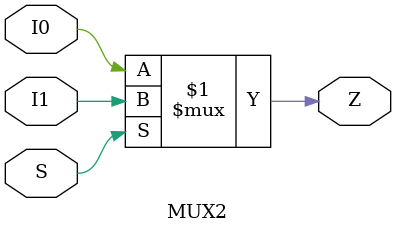
<source format=v>
module MUX2(I1, I0, S, Z);
    input  I1;
    input  I0;
    input  S;
    output Z;

    assign Z = S ? I1 : I0;

    specify
        specparam tpd = 0.05;
        (I0, I1, S *> Z) = tpd;
    endspecify

endmodule

</source>
